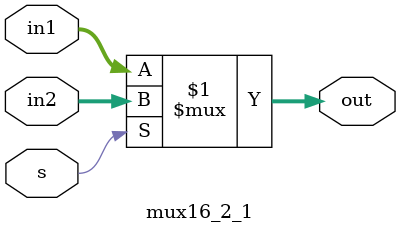
<source format=v>
/* mux16_2_1.v - 16-bit 2:1 multiplexer */
module mux16_2_1(
                 in1,           // input 1
                 in2,           // input 2
                 s,             // select
                 out            // output
                 );

   // Inputs
   input [15:0] in1, in2;
   input        s;

   // Outputs
   output [15:0] out;

   // Logic
   assign out = s ? in2 : in1;
   
endmodule // mux16_2_1

   

</source>
